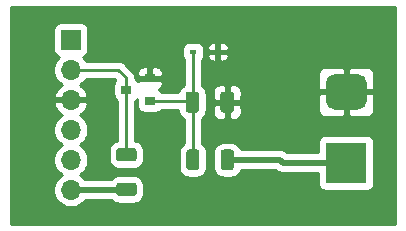
<source format=gtl>
G04 #@! TF.GenerationSoftware,KiCad,Pcbnew,5.1.12-84ad8e8a86~92~ubuntu20.04.1*
G04 #@! TF.CreationDate,2022-01-29T12:50:19-06:00*
G04 #@! TF.ProjectId,TICK_AC,5449434b-5f41-4432-9e6b-696361645f70,rev?*
G04 #@! TF.SameCoordinates,Original*
G04 #@! TF.FileFunction,Copper,L1,Top*
G04 #@! TF.FilePolarity,Positive*
%FSLAX46Y46*%
G04 Gerber Fmt 4.6, Leading zero omitted, Abs format (unit mm)*
G04 Created by KiCad (PCBNEW 5.1.12-84ad8e8a86~92~ubuntu20.04.1) date 2022-01-29 12:50:19*
%MOMM*%
%LPD*%
G01*
G04 APERTURE LIST*
G04 #@! TA.AperFunction,SMDPad,CuDef*
%ADD10R,0.600000X0.450000*%
G04 #@! TD*
G04 #@! TA.AperFunction,ComponentPad*
%ADD11R,3.500000X3.500000*%
G04 #@! TD*
G04 #@! TA.AperFunction,SMDPad,CuDef*
%ADD12R,0.900000X0.800000*%
G04 #@! TD*
G04 #@! TA.AperFunction,ComponentPad*
%ADD13O,1.700000X1.700000*%
G04 #@! TD*
G04 #@! TA.AperFunction,ComponentPad*
%ADD14R,1.700000X1.700000*%
G04 #@! TD*
G04 #@! TA.AperFunction,ViaPad*
%ADD15C,0.800000*%
G04 #@! TD*
G04 #@! TA.AperFunction,Conductor*
%ADD16C,0.250000*%
G04 #@! TD*
G04 #@! TA.AperFunction,Conductor*
%ADD17C,0.500000*%
G04 #@! TD*
G04 #@! TA.AperFunction,Conductor*
%ADD18C,0.254000*%
G04 #@! TD*
G04 #@! TA.AperFunction,Conductor*
%ADD19C,0.100000*%
G04 #@! TD*
G04 APERTURE END LIST*
D10*
X141410400Y-98450400D03*
X139310400Y-98450400D03*
G04 #@! TA.AperFunction,ComponentPad*
G36*
G01*
X151273000Y-100348400D02*
X153273000Y-100348400D01*
G75*
G02*
X154023000Y-101098400I0J-750000D01*
G01*
X154023000Y-102598400D01*
G75*
G02*
X153273000Y-103348400I-750000J0D01*
G01*
X151273000Y-103348400D01*
G75*
G02*
X150523000Y-102598400I0J750000D01*
G01*
X150523000Y-101098400D01*
G75*
G02*
X151273000Y-100348400I750000J0D01*
G01*
G37*
G04 #@! TD.AperFunction*
D11*
X152273000Y-107848400D03*
G04 #@! TA.AperFunction,SMDPad,CuDef*
G36*
G01*
X133029799Y-109535800D02*
X134279801Y-109535800D01*
G75*
G02*
X134529800Y-109785799I0J-249999D01*
G01*
X134529800Y-110410801D01*
G75*
G02*
X134279801Y-110660800I-249999J0D01*
G01*
X133029799Y-110660800D01*
G75*
G02*
X132779800Y-110410801I0J249999D01*
G01*
X132779800Y-109785799D01*
G75*
G02*
X133029799Y-109535800I249999J0D01*
G01*
G37*
G04 #@! TD.AperFunction*
G04 #@! TA.AperFunction,SMDPad,CuDef*
G36*
G01*
X133029799Y-106610800D02*
X134279801Y-106610800D01*
G75*
G02*
X134529800Y-106860799I0J-249999D01*
G01*
X134529800Y-107485801D01*
G75*
G02*
X134279801Y-107735800I-249999J0D01*
G01*
X133029799Y-107735800D01*
G75*
G02*
X132779800Y-107485801I0J249999D01*
G01*
X132779800Y-106860799D01*
G75*
G02*
X133029799Y-106610800I249999J0D01*
G01*
G37*
G04 #@! TD.AperFunction*
D12*
X133645400Y-101650800D03*
X135645400Y-100700800D03*
X135645400Y-102600800D03*
G04 #@! TA.AperFunction,SMDPad,CuDef*
G36*
G01*
X138716400Y-108219401D02*
X138716400Y-106969399D01*
G75*
G02*
X138966399Y-106719400I249999J0D01*
G01*
X139591401Y-106719400D01*
G75*
G02*
X139841400Y-106969399I0J-249999D01*
G01*
X139841400Y-108219401D01*
G75*
G02*
X139591401Y-108469400I-249999J0D01*
G01*
X138966399Y-108469400D01*
G75*
G02*
X138716400Y-108219401I0J249999D01*
G01*
G37*
G04 #@! TD.AperFunction*
G04 #@! TA.AperFunction,SMDPad,CuDef*
G36*
G01*
X141641400Y-108219401D02*
X141641400Y-106969399D01*
G75*
G02*
X141891399Y-106719400I249999J0D01*
G01*
X142516401Y-106719400D01*
G75*
G02*
X142766400Y-106969399I0J-249999D01*
G01*
X142766400Y-108219401D01*
G75*
G02*
X142516401Y-108469400I-249999J0D01*
G01*
X141891399Y-108469400D01*
G75*
G02*
X141641400Y-108219401I0J249999D01*
G01*
G37*
G04 #@! TD.AperFunction*
D13*
X128955800Y-110134400D03*
X128955800Y-107594400D03*
X128955800Y-105054400D03*
X128955800Y-102514400D03*
X128955800Y-99974400D03*
D14*
X128955800Y-97434400D03*
G04 #@! TA.AperFunction,SMDPad,CuDef*
G36*
G01*
X141616000Y-103367601D02*
X141616000Y-102067599D01*
G75*
G02*
X141865999Y-101817600I249999J0D01*
G01*
X142516001Y-101817600D01*
G75*
G02*
X142766000Y-102067599I0J-249999D01*
G01*
X142766000Y-103367601D01*
G75*
G02*
X142516001Y-103617600I-249999J0D01*
G01*
X141865999Y-103617600D01*
G75*
G02*
X141616000Y-103367601I0J249999D01*
G01*
G37*
G04 #@! TD.AperFunction*
G04 #@! TA.AperFunction,SMDPad,CuDef*
G36*
G01*
X138666000Y-103367601D02*
X138666000Y-102067599D01*
G75*
G02*
X138915999Y-101817600I249999J0D01*
G01*
X139566001Y-101817600D01*
G75*
G02*
X139816000Y-102067599I0J-249999D01*
G01*
X139816000Y-103367601D01*
G75*
G02*
X139566001Y-103617600I-249999J0D01*
G01*
X138915999Y-103617600D01*
G75*
G02*
X138666000Y-103367601I0J249999D01*
G01*
G37*
G04 #@! TD.AperFunction*
D15*
X130632200Y-95275400D03*
X140182600Y-95275400D03*
X150241000Y-95275400D03*
X155600400Y-99568000D03*
X155600400Y-106832400D03*
X150241000Y-112522000D03*
X140182600Y-112522000D03*
X130632200Y-112522000D03*
X131673600Y-103784400D03*
D16*
X139278900Y-98536300D02*
X139243800Y-98501200D01*
X139278900Y-107594400D02*
X139278900Y-98536300D01*
X139124200Y-102600800D02*
X139241000Y-102717600D01*
X135645400Y-102600800D02*
X139124200Y-102600800D01*
D17*
X128955800Y-110134400D02*
X133604000Y-110134400D01*
D16*
X128955800Y-99974400D02*
X132969000Y-99974400D01*
X133596200Y-100601600D02*
X133596200Y-101615200D01*
X132969000Y-99974400D02*
X133596200Y-100601600D01*
X133654800Y-107173300D02*
X133654800Y-101660200D01*
D17*
X142203900Y-107594400D02*
X146659600Y-107594400D01*
X146913600Y-107848400D02*
X152273000Y-107848400D01*
X146659600Y-107594400D02*
X146913600Y-107848400D01*
D18*
X156388601Y-113030800D02*
X123900400Y-113030800D01*
X123900400Y-104908140D01*
X127470800Y-104908140D01*
X127470800Y-105200660D01*
X127527868Y-105487558D01*
X127639810Y-105757811D01*
X127802325Y-106001032D01*
X128009168Y-106207875D01*
X128183560Y-106324400D01*
X128009168Y-106440925D01*
X127802325Y-106647768D01*
X127639810Y-106890989D01*
X127527868Y-107161242D01*
X127470800Y-107448140D01*
X127470800Y-107740660D01*
X127527868Y-108027558D01*
X127639810Y-108297811D01*
X127802325Y-108541032D01*
X128009168Y-108747875D01*
X128183560Y-108864400D01*
X128009168Y-108980925D01*
X127802325Y-109187768D01*
X127639810Y-109430989D01*
X127527868Y-109701242D01*
X127470800Y-109988140D01*
X127470800Y-110280660D01*
X127527868Y-110567558D01*
X127639810Y-110837811D01*
X127802325Y-111081032D01*
X128009168Y-111287875D01*
X128252389Y-111450390D01*
X128522642Y-111562332D01*
X128809540Y-111619400D01*
X129102060Y-111619400D01*
X129388958Y-111562332D01*
X129659211Y-111450390D01*
X129902432Y-111287875D01*
X130109275Y-111081032D01*
X130150456Y-111019400D01*
X132385948Y-111019400D01*
X132401838Y-111038762D01*
X132536413Y-111149205D01*
X132689949Y-111231272D01*
X132856545Y-111281808D01*
X133029799Y-111298872D01*
X134279801Y-111298872D01*
X134453055Y-111281808D01*
X134619651Y-111231272D01*
X134773187Y-111149205D01*
X134907762Y-111038762D01*
X135018205Y-110904187D01*
X135100272Y-110750651D01*
X135150808Y-110584055D01*
X135167872Y-110410801D01*
X135167872Y-109785799D01*
X135150808Y-109612545D01*
X135100272Y-109445949D01*
X135018205Y-109292413D01*
X134907762Y-109157838D01*
X134773187Y-109047395D01*
X134619651Y-108965328D01*
X134453055Y-108914792D01*
X134279801Y-108897728D01*
X133029799Y-108897728D01*
X132856545Y-108914792D01*
X132689949Y-108965328D01*
X132536413Y-109047395D01*
X132401838Y-109157838D01*
X132326695Y-109249400D01*
X130150456Y-109249400D01*
X130109275Y-109187768D01*
X129902432Y-108980925D01*
X129728040Y-108864400D01*
X129902432Y-108747875D01*
X130109275Y-108541032D01*
X130271790Y-108297811D01*
X130383732Y-108027558D01*
X130440800Y-107740660D01*
X130440800Y-107448140D01*
X130383732Y-107161242D01*
X130271790Y-106890989D01*
X130109275Y-106647768D01*
X129902432Y-106440925D01*
X129728040Y-106324400D01*
X129902432Y-106207875D01*
X130109275Y-106001032D01*
X130271790Y-105757811D01*
X130383732Y-105487558D01*
X130440800Y-105200660D01*
X130440800Y-104908140D01*
X130383732Y-104621242D01*
X130271790Y-104350989D01*
X130109275Y-104107768D01*
X129902432Y-103900925D01*
X129720266Y-103779205D01*
X129837155Y-103709578D01*
X130053388Y-103514669D01*
X130227441Y-103281320D01*
X130352625Y-103018499D01*
X130397276Y-102871290D01*
X130275955Y-102641400D01*
X129082800Y-102641400D01*
X129082800Y-102661400D01*
X128828800Y-102661400D01*
X128828800Y-102641400D01*
X127635645Y-102641400D01*
X127514324Y-102871290D01*
X127558975Y-103018499D01*
X127684159Y-103281320D01*
X127858212Y-103514669D01*
X128074445Y-103709578D01*
X128191334Y-103779205D01*
X128009168Y-103900925D01*
X127802325Y-104107768D01*
X127639810Y-104350989D01*
X127527868Y-104621242D01*
X127470800Y-104908140D01*
X123900400Y-104908140D01*
X123900400Y-96584400D01*
X127467728Y-96584400D01*
X127467728Y-98284400D01*
X127479988Y-98408882D01*
X127516298Y-98528580D01*
X127575263Y-98638894D01*
X127654615Y-98735585D01*
X127751306Y-98814937D01*
X127861620Y-98873902D01*
X127934180Y-98895913D01*
X127802325Y-99027768D01*
X127639810Y-99270989D01*
X127527868Y-99541242D01*
X127470800Y-99828140D01*
X127470800Y-100120660D01*
X127527868Y-100407558D01*
X127639810Y-100677811D01*
X127802325Y-100921032D01*
X128009168Y-101127875D01*
X128191334Y-101249595D01*
X128074445Y-101319222D01*
X127858212Y-101514131D01*
X127684159Y-101747480D01*
X127558975Y-102010301D01*
X127514324Y-102157510D01*
X127635645Y-102387400D01*
X128828800Y-102387400D01*
X128828800Y-102367400D01*
X129082800Y-102367400D01*
X129082800Y-102387400D01*
X130275955Y-102387400D01*
X130397276Y-102157510D01*
X130352625Y-102010301D01*
X130227441Y-101747480D01*
X130053388Y-101514131D01*
X129837155Y-101319222D01*
X129720266Y-101249595D01*
X129902432Y-101127875D01*
X130109275Y-100921032D01*
X130233978Y-100734400D01*
X132654199Y-100734400D01*
X132733036Y-100813237D01*
X132664863Y-100896306D01*
X132605898Y-101006620D01*
X132569588Y-101126318D01*
X132557328Y-101250800D01*
X132557328Y-102050800D01*
X132569588Y-102175282D01*
X132605898Y-102294980D01*
X132664863Y-102405294D01*
X132744215Y-102501985D01*
X132840906Y-102581337D01*
X132894801Y-102610145D01*
X132894800Y-105986024D01*
X132856545Y-105989792D01*
X132689949Y-106040328D01*
X132536413Y-106122395D01*
X132401838Y-106232838D01*
X132291395Y-106367413D01*
X132209328Y-106520949D01*
X132158792Y-106687545D01*
X132141728Y-106860799D01*
X132141728Y-107485801D01*
X132158792Y-107659055D01*
X132209328Y-107825651D01*
X132291395Y-107979187D01*
X132401838Y-108113762D01*
X132536413Y-108224205D01*
X132689949Y-108306272D01*
X132856545Y-108356808D01*
X133029799Y-108373872D01*
X134279801Y-108373872D01*
X134453055Y-108356808D01*
X134619651Y-108306272D01*
X134773187Y-108224205D01*
X134907762Y-108113762D01*
X135018205Y-107979187D01*
X135100272Y-107825651D01*
X135150808Y-107659055D01*
X135167872Y-107485801D01*
X135167872Y-106860799D01*
X135150808Y-106687545D01*
X135100272Y-106520949D01*
X135018205Y-106367413D01*
X134907762Y-106232838D01*
X134773187Y-106122395D01*
X134619651Y-106040328D01*
X134453055Y-105989792D01*
X134414800Y-105986024D01*
X134414800Y-102600095D01*
X134449894Y-102581337D01*
X134546585Y-102501985D01*
X134557328Y-102488895D01*
X134557328Y-103000800D01*
X134569588Y-103125282D01*
X134605898Y-103244980D01*
X134664863Y-103355294D01*
X134744215Y-103451985D01*
X134840906Y-103531337D01*
X134951220Y-103590302D01*
X135070918Y-103626612D01*
X135195400Y-103638872D01*
X136095400Y-103638872D01*
X136219882Y-103626612D01*
X136339580Y-103590302D01*
X136449894Y-103531337D01*
X136546585Y-103451985D01*
X136621418Y-103360800D01*
X138027928Y-103360800D01*
X138027928Y-103367601D01*
X138044992Y-103540855D01*
X138095528Y-103707451D01*
X138177595Y-103860987D01*
X138288038Y-103995562D01*
X138422613Y-104106005D01*
X138518900Y-104157472D01*
X138518900Y-106206468D01*
X138473013Y-106230995D01*
X138338438Y-106341438D01*
X138227995Y-106476013D01*
X138145928Y-106629549D01*
X138095392Y-106796145D01*
X138078328Y-106969399D01*
X138078328Y-108219401D01*
X138095392Y-108392655D01*
X138145928Y-108559251D01*
X138227995Y-108712787D01*
X138338438Y-108847362D01*
X138473013Y-108957805D01*
X138626549Y-109039872D01*
X138793145Y-109090408D01*
X138966399Y-109107472D01*
X139591401Y-109107472D01*
X139764655Y-109090408D01*
X139931251Y-109039872D01*
X140084787Y-108957805D01*
X140219362Y-108847362D01*
X140329805Y-108712787D01*
X140411872Y-108559251D01*
X140462408Y-108392655D01*
X140479472Y-108219401D01*
X140479472Y-106969399D01*
X141003328Y-106969399D01*
X141003328Y-108219401D01*
X141020392Y-108392655D01*
X141070928Y-108559251D01*
X141152995Y-108712787D01*
X141263438Y-108847362D01*
X141398013Y-108957805D01*
X141551549Y-109039872D01*
X141718145Y-109090408D01*
X141891399Y-109107472D01*
X142516401Y-109107472D01*
X142689655Y-109090408D01*
X142856251Y-109039872D01*
X143009787Y-108957805D01*
X143144362Y-108847362D01*
X143254805Y-108712787D01*
X143336872Y-108559251D01*
X143361094Y-108479400D01*
X146287443Y-108479400D01*
X146419541Y-108587811D01*
X146573287Y-108669989D01*
X146740110Y-108720595D01*
X146870123Y-108733400D01*
X146870133Y-108733400D01*
X146913599Y-108737681D01*
X146957065Y-108733400D01*
X149884928Y-108733400D01*
X149884928Y-109598400D01*
X149897188Y-109722882D01*
X149933498Y-109842580D01*
X149992463Y-109952894D01*
X150071815Y-110049585D01*
X150168506Y-110128937D01*
X150278820Y-110187902D01*
X150398518Y-110224212D01*
X150523000Y-110236472D01*
X154023000Y-110236472D01*
X154147482Y-110224212D01*
X154267180Y-110187902D01*
X154377494Y-110128937D01*
X154474185Y-110049585D01*
X154553537Y-109952894D01*
X154612502Y-109842580D01*
X154648812Y-109722882D01*
X154661072Y-109598400D01*
X154661072Y-106098400D01*
X154648812Y-105973918D01*
X154612502Y-105854220D01*
X154553537Y-105743906D01*
X154474185Y-105647215D01*
X154377494Y-105567863D01*
X154267180Y-105508898D01*
X154147482Y-105472588D01*
X154023000Y-105460328D01*
X150523000Y-105460328D01*
X150398518Y-105472588D01*
X150278820Y-105508898D01*
X150168506Y-105567863D01*
X150071815Y-105647215D01*
X149992463Y-105743906D01*
X149933498Y-105854220D01*
X149897188Y-105973918D01*
X149884928Y-106098400D01*
X149884928Y-106963400D01*
X147285757Y-106963400D01*
X147153659Y-106854989D01*
X146999913Y-106772811D01*
X146833090Y-106722205D01*
X146703077Y-106709400D01*
X146703069Y-106709400D01*
X146659600Y-106705119D01*
X146616131Y-106709400D01*
X143361094Y-106709400D01*
X143336872Y-106629549D01*
X143254805Y-106476013D01*
X143144362Y-106341438D01*
X143009787Y-106230995D01*
X142856251Y-106148928D01*
X142689655Y-106098392D01*
X142516401Y-106081328D01*
X141891399Y-106081328D01*
X141718145Y-106098392D01*
X141551549Y-106148928D01*
X141398013Y-106230995D01*
X141263438Y-106341438D01*
X141152995Y-106476013D01*
X141070928Y-106629549D01*
X141020392Y-106796145D01*
X141003328Y-106969399D01*
X140479472Y-106969399D01*
X140462408Y-106796145D01*
X140411872Y-106629549D01*
X140329805Y-106476013D01*
X140219362Y-106341438D01*
X140084787Y-106230995D01*
X140038900Y-106206468D01*
X140038900Y-104116956D01*
X140059387Y-104106005D01*
X140193962Y-103995562D01*
X140304405Y-103860987D01*
X140386472Y-103707451D01*
X140413727Y-103617600D01*
X140977928Y-103617600D01*
X140990188Y-103742082D01*
X141026498Y-103861780D01*
X141085463Y-103972094D01*
X141164815Y-104068785D01*
X141261506Y-104148137D01*
X141371820Y-104207102D01*
X141491518Y-104243412D01*
X141616000Y-104255672D01*
X141905250Y-104252600D01*
X142064000Y-104093850D01*
X142064000Y-102844600D01*
X142318000Y-102844600D01*
X142318000Y-104093850D01*
X142476750Y-104252600D01*
X142766000Y-104255672D01*
X142890482Y-104243412D01*
X143010180Y-104207102D01*
X143120494Y-104148137D01*
X143217185Y-104068785D01*
X143296537Y-103972094D01*
X143355502Y-103861780D01*
X143391812Y-103742082D01*
X143404072Y-103617600D01*
X143402726Y-103348400D01*
X149884928Y-103348400D01*
X149897188Y-103472882D01*
X149933498Y-103592580D01*
X149992463Y-103702894D01*
X150071815Y-103799585D01*
X150168506Y-103878937D01*
X150278820Y-103937902D01*
X150398518Y-103974212D01*
X150523000Y-103986472D01*
X151987250Y-103983400D01*
X152146000Y-103824650D01*
X152146000Y-101975400D01*
X152400000Y-101975400D01*
X152400000Y-103824650D01*
X152558750Y-103983400D01*
X154023000Y-103986472D01*
X154147482Y-103974212D01*
X154267180Y-103937902D01*
X154377494Y-103878937D01*
X154474185Y-103799585D01*
X154553537Y-103702894D01*
X154612502Y-103592580D01*
X154648812Y-103472882D01*
X154661072Y-103348400D01*
X154658000Y-102134150D01*
X154499250Y-101975400D01*
X152400000Y-101975400D01*
X152146000Y-101975400D01*
X150046750Y-101975400D01*
X149888000Y-102134150D01*
X149884928Y-103348400D01*
X143402726Y-103348400D01*
X143401000Y-103003350D01*
X143242250Y-102844600D01*
X142318000Y-102844600D01*
X142064000Y-102844600D01*
X141139750Y-102844600D01*
X140981000Y-103003350D01*
X140977928Y-103617600D01*
X140413727Y-103617600D01*
X140437008Y-103540855D01*
X140454072Y-103367601D01*
X140454072Y-102067599D01*
X140437008Y-101894345D01*
X140413728Y-101817600D01*
X140977928Y-101817600D01*
X140981000Y-102431850D01*
X141139750Y-102590600D01*
X142064000Y-102590600D01*
X142064000Y-101341350D01*
X142318000Y-101341350D01*
X142318000Y-102590600D01*
X143242250Y-102590600D01*
X143401000Y-102431850D01*
X143404072Y-101817600D01*
X143391812Y-101693118D01*
X143355502Y-101573420D01*
X143296537Y-101463106D01*
X143217185Y-101366415D01*
X143120494Y-101287063D01*
X143010180Y-101228098D01*
X142890482Y-101191788D01*
X142766000Y-101179528D01*
X142476750Y-101182600D01*
X142318000Y-101341350D01*
X142064000Y-101341350D01*
X141905250Y-101182600D01*
X141616000Y-101179528D01*
X141491518Y-101191788D01*
X141371820Y-101228098D01*
X141261506Y-101287063D01*
X141164815Y-101366415D01*
X141085463Y-101463106D01*
X141026498Y-101573420D01*
X140990188Y-101693118D01*
X140977928Y-101817600D01*
X140413728Y-101817600D01*
X140386472Y-101727749D01*
X140304405Y-101574213D01*
X140193962Y-101439638D01*
X140059387Y-101329195D01*
X140038900Y-101318244D01*
X140038900Y-100348400D01*
X149884928Y-100348400D01*
X149888000Y-101562650D01*
X150046750Y-101721400D01*
X152146000Y-101721400D01*
X152146000Y-99872150D01*
X152400000Y-99872150D01*
X152400000Y-101721400D01*
X154499250Y-101721400D01*
X154658000Y-101562650D01*
X154661072Y-100348400D01*
X154648812Y-100223918D01*
X154612502Y-100104220D01*
X154553537Y-99993906D01*
X154474185Y-99897215D01*
X154377494Y-99817863D01*
X154267180Y-99758898D01*
X154147482Y-99722588D01*
X154023000Y-99710328D01*
X152558750Y-99713400D01*
X152400000Y-99872150D01*
X152146000Y-99872150D01*
X151987250Y-99713400D01*
X150523000Y-99710328D01*
X150398518Y-99722588D01*
X150278820Y-99758898D01*
X150168506Y-99817863D01*
X150071815Y-99897215D01*
X149992463Y-99993906D01*
X149933498Y-100104220D01*
X149897188Y-100223918D01*
X149884928Y-100348400D01*
X140038900Y-100348400D01*
X140038900Y-99145202D01*
X140061585Y-99126585D01*
X140140937Y-99029894D01*
X140199902Y-98919580D01*
X140236212Y-98799882D01*
X140245345Y-98707150D01*
X140475400Y-98707150D01*
X140487994Y-98815924D01*
X140527368Y-98934649D01*
X140589148Y-99043412D01*
X140670959Y-99138031D01*
X140769658Y-99214873D01*
X140881451Y-99270982D01*
X141002043Y-99304204D01*
X141124650Y-99310400D01*
X141283400Y-99151650D01*
X141283400Y-98548400D01*
X141537400Y-98548400D01*
X141537400Y-99151650D01*
X141696150Y-99310400D01*
X141818757Y-99304204D01*
X141939349Y-99270982D01*
X142051142Y-99214873D01*
X142149841Y-99138031D01*
X142231652Y-99043412D01*
X142293432Y-98934649D01*
X142332806Y-98815924D01*
X142345400Y-98707150D01*
X142186650Y-98548400D01*
X141537400Y-98548400D01*
X141283400Y-98548400D01*
X140634150Y-98548400D01*
X140475400Y-98707150D01*
X140245345Y-98707150D01*
X140248472Y-98675400D01*
X140248472Y-98225400D01*
X140245346Y-98193650D01*
X140475400Y-98193650D01*
X140634150Y-98352400D01*
X141283400Y-98352400D01*
X141283400Y-97749150D01*
X141537400Y-97749150D01*
X141537400Y-98352400D01*
X142186650Y-98352400D01*
X142345400Y-98193650D01*
X142332806Y-98084876D01*
X142293432Y-97966151D01*
X142231652Y-97857388D01*
X142149841Y-97762769D01*
X142051142Y-97685927D01*
X141939349Y-97629818D01*
X141818757Y-97596596D01*
X141696150Y-97590400D01*
X141537400Y-97749150D01*
X141283400Y-97749150D01*
X141124650Y-97590400D01*
X141002043Y-97596596D01*
X140881451Y-97629818D01*
X140769658Y-97685927D01*
X140670959Y-97762769D01*
X140589148Y-97857388D01*
X140527368Y-97966151D01*
X140487994Y-98084876D01*
X140475400Y-98193650D01*
X140245346Y-98193650D01*
X140236212Y-98100918D01*
X140199902Y-97981220D01*
X140140937Y-97870906D01*
X140061585Y-97774215D01*
X139964894Y-97694863D01*
X139854580Y-97635898D01*
X139734882Y-97599588D01*
X139610400Y-97587328D01*
X139010400Y-97587328D01*
X138885918Y-97599588D01*
X138766220Y-97635898D01*
X138655906Y-97694863D01*
X138559215Y-97774215D01*
X138479863Y-97870906D01*
X138420898Y-97981220D01*
X138384588Y-98100918D01*
X138372328Y-98225400D01*
X138372328Y-98675400D01*
X138384588Y-98799882D01*
X138420898Y-98919580D01*
X138479863Y-99029894D01*
X138518901Y-99077462D01*
X138518901Y-101277728D01*
X138422613Y-101329195D01*
X138288038Y-101439638D01*
X138177595Y-101574213D01*
X138095528Y-101727749D01*
X138061235Y-101840800D01*
X136621418Y-101840800D01*
X136546585Y-101749615D01*
X136449894Y-101670263D01*
X136413482Y-101650800D01*
X136449894Y-101631337D01*
X136546585Y-101551985D01*
X136625937Y-101455294D01*
X136684902Y-101344980D01*
X136721212Y-101225282D01*
X136733472Y-101100800D01*
X136730400Y-100986550D01*
X136571650Y-100827800D01*
X135772400Y-100827800D01*
X135772400Y-100847800D01*
X135518400Y-100847800D01*
X135518400Y-100827800D01*
X134719150Y-100827800D01*
X134634543Y-100912407D01*
X134625937Y-100896306D01*
X134546585Y-100799615D01*
X134449894Y-100720263D01*
X134356200Y-100670182D01*
X134356200Y-100638925D01*
X134359876Y-100601600D01*
X134356200Y-100564275D01*
X134356200Y-100564267D01*
X134345203Y-100452614D01*
X134301746Y-100309353D01*
X134297175Y-100300800D01*
X134557328Y-100300800D01*
X134560400Y-100415050D01*
X134719150Y-100573800D01*
X135518400Y-100573800D01*
X135518400Y-99824550D01*
X135772400Y-99824550D01*
X135772400Y-100573800D01*
X136571650Y-100573800D01*
X136730400Y-100415050D01*
X136733472Y-100300800D01*
X136721212Y-100176318D01*
X136684902Y-100056620D01*
X136625937Y-99946306D01*
X136546585Y-99849615D01*
X136449894Y-99770263D01*
X136339580Y-99711298D01*
X136219882Y-99674988D01*
X136095400Y-99662728D01*
X135931150Y-99665800D01*
X135772400Y-99824550D01*
X135518400Y-99824550D01*
X135359650Y-99665800D01*
X135195400Y-99662728D01*
X135070918Y-99674988D01*
X134951220Y-99711298D01*
X134840906Y-99770263D01*
X134744215Y-99849615D01*
X134664863Y-99946306D01*
X134605898Y-100056620D01*
X134569588Y-100176318D01*
X134557328Y-100300800D01*
X134297175Y-100300800D01*
X134231174Y-100177324D01*
X134136201Y-100061599D01*
X134107204Y-100037802D01*
X133532803Y-99463402D01*
X133509001Y-99434399D01*
X133393276Y-99339426D01*
X133261247Y-99268854D01*
X133117986Y-99225397D01*
X133006333Y-99214400D01*
X133006322Y-99214400D01*
X132969000Y-99210724D01*
X132931678Y-99214400D01*
X130233978Y-99214400D01*
X130109275Y-99027768D01*
X129977420Y-98895913D01*
X130049980Y-98873902D01*
X130160294Y-98814937D01*
X130256985Y-98735585D01*
X130336337Y-98638894D01*
X130395302Y-98528580D01*
X130431612Y-98408882D01*
X130443872Y-98284400D01*
X130443872Y-96584400D01*
X130431612Y-96459918D01*
X130395302Y-96340220D01*
X130336337Y-96229906D01*
X130256985Y-96133215D01*
X130160294Y-96053863D01*
X130049980Y-95994898D01*
X129930282Y-95958588D01*
X129805800Y-95946328D01*
X128105800Y-95946328D01*
X127981318Y-95958588D01*
X127861620Y-95994898D01*
X127751306Y-96053863D01*
X127654615Y-96133215D01*
X127575263Y-96229906D01*
X127516298Y-96340220D01*
X127479988Y-96459918D01*
X127467728Y-96584400D01*
X123900400Y-96584400D01*
X123900400Y-94639600D01*
X156388600Y-94639600D01*
X156388601Y-113030800D01*
G04 #@! TA.AperFunction,Conductor*
D19*
G36*
X156388601Y-113030800D02*
G01*
X123900400Y-113030800D01*
X123900400Y-104908140D01*
X127470800Y-104908140D01*
X127470800Y-105200660D01*
X127527868Y-105487558D01*
X127639810Y-105757811D01*
X127802325Y-106001032D01*
X128009168Y-106207875D01*
X128183560Y-106324400D01*
X128009168Y-106440925D01*
X127802325Y-106647768D01*
X127639810Y-106890989D01*
X127527868Y-107161242D01*
X127470800Y-107448140D01*
X127470800Y-107740660D01*
X127527868Y-108027558D01*
X127639810Y-108297811D01*
X127802325Y-108541032D01*
X128009168Y-108747875D01*
X128183560Y-108864400D01*
X128009168Y-108980925D01*
X127802325Y-109187768D01*
X127639810Y-109430989D01*
X127527868Y-109701242D01*
X127470800Y-109988140D01*
X127470800Y-110280660D01*
X127527868Y-110567558D01*
X127639810Y-110837811D01*
X127802325Y-111081032D01*
X128009168Y-111287875D01*
X128252389Y-111450390D01*
X128522642Y-111562332D01*
X128809540Y-111619400D01*
X129102060Y-111619400D01*
X129388958Y-111562332D01*
X129659211Y-111450390D01*
X129902432Y-111287875D01*
X130109275Y-111081032D01*
X130150456Y-111019400D01*
X132385948Y-111019400D01*
X132401838Y-111038762D01*
X132536413Y-111149205D01*
X132689949Y-111231272D01*
X132856545Y-111281808D01*
X133029799Y-111298872D01*
X134279801Y-111298872D01*
X134453055Y-111281808D01*
X134619651Y-111231272D01*
X134773187Y-111149205D01*
X134907762Y-111038762D01*
X135018205Y-110904187D01*
X135100272Y-110750651D01*
X135150808Y-110584055D01*
X135167872Y-110410801D01*
X135167872Y-109785799D01*
X135150808Y-109612545D01*
X135100272Y-109445949D01*
X135018205Y-109292413D01*
X134907762Y-109157838D01*
X134773187Y-109047395D01*
X134619651Y-108965328D01*
X134453055Y-108914792D01*
X134279801Y-108897728D01*
X133029799Y-108897728D01*
X132856545Y-108914792D01*
X132689949Y-108965328D01*
X132536413Y-109047395D01*
X132401838Y-109157838D01*
X132326695Y-109249400D01*
X130150456Y-109249400D01*
X130109275Y-109187768D01*
X129902432Y-108980925D01*
X129728040Y-108864400D01*
X129902432Y-108747875D01*
X130109275Y-108541032D01*
X130271790Y-108297811D01*
X130383732Y-108027558D01*
X130440800Y-107740660D01*
X130440800Y-107448140D01*
X130383732Y-107161242D01*
X130271790Y-106890989D01*
X130109275Y-106647768D01*
X129902432Y-106440925D01*
X129728040Y-106324400D01*
X129902432Y-106207875D01*
X130109275Y-106001032D01*
X130271790Y-105757811D01*
X130383732Y-105487558D01*
X130440800Y-105200660D01*
X130440800Y-104908140D01*
X130383732Y-104621242D01*
X130271790Y-104350989D01*
X130109275Y-104107768D01*
X129902432Y-103900925D01*
X129720266Y-103779205D01*
X129837155Y-103709578D01*
X130053388Y-103514669D01*
X130227441Y-103281320D01*
X130352625Y-103018499D01*
X130397276Y-102871290D01*
X130275955Y-102641400D01*
X129082800Y-102641400D01*
X129082800Y-102661400D01*
X128828800Y-102661400D01*
X128828800Y-102641400D01*
X127635645Y-102641400D01*
X127514324Y-102871290D01*
X127558975Y-103018499D01*
X127684159Y-103281320D01*
X127858212Y-103514669D01*
X128074445Y-103709578D01*
X128191334Y-103779205D01*
X128009168Y-103900925D01*
X127802325Y-104107768D01*
X127639810Y-104350989D01*
X127527868Y-104621242D01*
X127470800Y-104908140D01*
X123900400Y-104908140D01*
X123900400Y-96584400D01*
X127467728Y-96584400D01*
X127467728Y-98284400D01*
X127479988Y-98408882D01*
X127516298Y-98528580D01*
X127575263Y-98638894D01*
X127654615Y-98735585D01*
X127751306Y-98814937D01*
X127861620Y-98873902D01*
X127934180Y-98895913D01*
X127802325Y-99027768D01*
X127639810Y-99270989D01*
X127527868Y-99541242D01*
X127470800Y-99828140D01*
X127470800Y-100120660D01*
X127527868Y-100407558D01*
X127639810Y-100677811D01*
X127802325Y-100921032D01*
X128009168Y-101127875D01*
X128191334Y-101249595D01*
X128074445Y-101319222D01*
X127858212Y-101514131D01*
X127684159Y-101747480D01*
X127558975Y-102010301D01*
X127514324Y-102157510D01*
X127635645Y-102387400D01*
X128828800Y-102387400D01*
X128828800Y-102367400D01*
X129082800Y-102367400D01*
X129082800Y-102387400D01*
X130275955Y-102387400D01*
X130397276Y-102157510D01*
X130352625Y-102010301D01*
X130227441Y-101747480D01*
X130053388Y-101514131D01*
X129837155Y-101319222D01*
X129720266Y-101249595D01*
X129902432Y-101127875D01*
X130109275Y-100921032D01*
X130233978Y-100734400D01*
X132654199Y-100734400D01*
X132733036Y-100813237D01*
X132664863Y-100896306D01*
X132605898Y-101006620D01*
X132569588Y-101126318D01*
X132557328Y-101250800D01*
X132557328Y-102050800D01*
X132569588Y-102175282D01*
X132605898Y-102294980D01*
X132664863Y-102405294D01*
X132744215Y-102501985D01*
X132840906Y-102581337D01*
X132894801Y-102610145D01*
X132894800Y-105986024D01*
X132856545Y-105989792D01*
X132689949Y-106040328D01*
X132536413Y-106122395D01*
X132401838Y-106232838D01*
X132291395Y-106367413D01*
X132209328Y-106520949D01*
X132158792Y-106687545D01*
X132141728Y-106860799D01*
X132141728Y-107485801D01*
X132158792Y-107659055D01*
X132209328Y-107825651D01*
X132291395Y-107979187D01*
X132401838Y-108113762D01*
X132536413Y-108224205D01*
X132689949Y-108306272D01*
X132856545Y-108356808D01*
X133029799Y-108373872D01*
X134279801Y-108373872D01*
X134453055Y-108356808D01*
X134619651Y-108306272D01*
X134773187Y-108224205D01*
X134907762Y-108113762D01*
X135018205Y-107979187D01*
X135100272Y-107825651D01*
X135150808Y-107659055D01*
X135167872Y-107485801D01*
X135167872Y-106860799D01*
X135150808Y-106687545D01*
X135100272Y-106520949D01*
X135018205Y-106367413D01*
X134907762Y-106232838D01*
X134773187Y-106122395D01*
X134619651Y-106040328D01*
X134453055Y-105989792D01*
X134414800Y-105986024D01*
X134414800Y-102600095D01*
X134449894Y-102581337D01*
X134546585Y-102501985D01*
X134557328Y-102488895D01*
X134557328Y-103000800D01*
X134569588Y-103125282D01*
X134605898Y-103244980D01*
X134664863Y-103355294D01*
X134744215Y-103451985D01*
X134840906Y-103531337D01*
X134951220Y-103590302D01*
X135070918Y-103626612D01*
X135195400Y-103638872D01*
X136095400Y-103638872D01*
X136219882Y-103626612D01*
X136339580Y-103590302D01*
X136449894Y-103531337D01*
X136546585Y-103451985D01*
X136621418Y-103360800D01*
X138027928Y-103360800D01*
X138027928Y-103367601D01*
X138044992Y-103540855D01*
X138095528Y-103707451D01*
X138177595Y-103860987D01*
X138288038Y-103995562D01*
X138422613Y-104106005D01*
X138518900Y-104157472D01*
X138518900Y-106206468D01*
X138473013Y-106230995D01*
X138338438Y-106341438D01*
X138227995Y-106476013D01*
X138145928Y-106629549D01*
X138095392Y-106796145D01*
X138078328Y-106969399D01*
X138078328Y-108219401D01*
X138095392Y-108392655D01*
X138145928Y-108559251D01*
X138227995Y-108712787D01*
X138338438Y-108847362D01*
X138473013Y-108957805D01*
X138626549Y-109039872D01*
X138793145Y-109090408D01*
X138966399Y-109107472D01*
X139591401Y-109107472D01*
X139764655Y-109090408D01*
X139931251Y-109039872D01*
X140084787Y-108957805D01*
X140219362Y-108847362D01*
X140329805Y-108712787D01*
X140411872Y-108559251D01*
X140462408Y-108392655D01*
X140479472Y-108219401D01*
X140479472Y-106969399D01*
X141003328Y-106969399D01*
X141003328Y-108219401D01*
X141020392Y-108392655D01*
X141070928Y-108559251D01*
X141152995Y-108712787D01*
X141263438Y-108847362D01*
X141398013Y-108957805D01*
X141551549Y-109039872D01*
X141718145Y-109090408D01*
X141891399Y-109107472D01*
X142516401Y-109107472D01*
X142689655Y-109090408D01*
X142856251Y-109039872D01*
X143009787Y-108957805D01*
X143144362Y-108847362D01*
X143254805Y-108712787D01*
X143336872Y-108559251D01*
X143361094Y-108479400D01*
X146287443Y-108479400D01*
X146419541Y-108587811D01*
X146573287Y-108669989D01*
X146740110Y-108720595D01*
X146870123Y-108733400D01*
X146870133Y-108733400D01*
X146913599Y-108737681D01*
X146957065Y-108733400D01*
X149884928Y-108733400D01*
X149884928Y-109598400D01*
X149897188Y-109722882D01*
X149933498Y-109842580D01*
X149992463Y-109952894D01*
X150071815Y-110049585D01*
X150168506Y-110128937D01*
X150278820Y-110187902D01*
X150398518Y-110224212D01*
X150523000Y-110236472D01*
X154023000Y-110236472D01*
X154147482Y-110224212D01*
X154267180Y-110187902D01*
X154377494Y-110128937D01*
X154474185Y-110049585D01*
X154553537Y-109952894D01*
X154612502Y-109842580D01*
X154648812Y-109722882D01*
X154661072Y-109598400D01*
X154661072Y-106098400D01*
X154648812Y-105973918D01*
X154612502Y-105854220D01*
X154553537Y-105743906D01*
X154474185Y-105647215D01*
X154377494Y-105567863D01*
X154267180Y-105508898D01*
X154147482Y-105472588D01*
X154023000Y-105460328D01*
X150523000Y-105460328D01*
X150398518Y-105472588D01*
X150278820Y-105508898D01*
X150168506Y-105567863D01*
X150071815Y-105647215D01*
X149992463Y-105743906D01*
X149933498Y-105854220D01*
X149897188Y-105973918D01*
X149884928Y-106098400D01*
X149884928Y-106963400D01*
X147285757Y-106963400D01*
X147153659Y-106854989D01*
X146999913Y-106772811D01*
X146833090Y-106722205D01*
X146703077Y-106709400D01*
X146703069Y-106709400D01*
X146659600Y-106705119D01*
X146616131Y-106709400D01*
X143361094Y-106709400D01*
X143336872Y-106629549D01*
X143254805Y-106476013D01*
X143144362Y-106341438D01*
X143009787Y-106230995D01*
X142856251Y-106148928D01*
X142689655Y-106098392D01*
X142516401Y-106081328D01*
X141891399Y-106081328D01*
X141718145Y-106098392D01*
X141551549Y-106148928D01*
X141398013Y-106230995D01*
X141263438Y-106341438D01*
X141152995Y-106476013D01*
X141070928Y-106629549D01*
X141020392Y-106796145D01*
X141003328Y-106969399D01*
X140479472Y-106969399D01*
X140462408Y-106796145D01*
X140411872Y-106629549D01*
X140329805Y-106476013D01*
X140219362Y-106341438D01*
X140084787Y-106230995D01*
X140038900Y-106206468D01*
X140038900Y-104116956D01*
X140059387Y-104106005D01*
X140193962Y-103995562D01*
X140304405Y-103860987D01*
X140386472Y-103707451D01*
X140413727Y-103617600D01*
X140977928Y-103617600D01*
X140990188Y-103742082D01*
X141026498Y-103861780D01*
X141085463Y-103972094D01*
X141164815Y-104068785D01*
X141261506Y-104148137D01*
X141371820Y-104207102D01*
X141491518Y-104243412D01*
X141616000Y-104255672D01*
X141905250Y-104252600D01*
X142064000Y-104093850D01*
X142064000Y-102844600D01*
X142318000Y-102844600D01*
X142318000Y-104093850D01*
X142476750Y-104252600D01*
X142766000Y-104255672D01*
X142890482Y-104243412D01*
X143010180Y-104207102D01*
X143120494Y-104148137D01*
X143217185Y-104068785D01*
X143296537Y-103972094D01*
X143355502Y-103861780D01*
X143391812Y-103742082D01*
X143404072Y-103617600D01*
X143402726Y-103348400D01*
X149884928Y-103348400D01*
X149897188Y-103472882D01*
X149933498Y-103592580D01*
X149992463Y-103702894D01*
X150071815Y-103799585D01*
X150168506Y-103878937D01*
X150278820Y-103937902D01*
X150398518Y-103974212D01*
X150523000Y-103986472D01*
X151987250Y-103983400D01*
X152146000Y-103824650D01*
X152146000Y-101975400D01*
X152400000Y-101975400D01*
X152400000Y-103824650D01*
X152558750Y-103983400D01*
X154023000Y-103986472D01*
X154147482Y-103974212D01*
X154267180Y-103937902D01*
X154377494Y-103878937D01*
X154474185Y-103799585D01*
X154553537Y-103702894D01*
X154612502Y-103592580D01*
X154648812Y-103472882D01*
X154661072Y-103348400D01*
X154658000Y-102134150D01*
X154499250Y-101975400D01*
X152400000Y-101975400D01*
X152146000Y-101975400D01*
X150046750Y-101975400D01*
X149888000Y-102134150D01*
X149884928Y-103348400D01*
X143402726Y-103348400D01*
X143401000Y-103003350D01*
X143242250Y-102844600D01*
X142318000Y-102844600D01*
X142064000Y-102844600D01*
X141139750Y-102844600D01*
X140981000Y-103003350D01*
X140977928Y-103617600D01*
X140413727Y-103617600D01*
X140437008Y-103540855D01*
X140454072Y-103367601D01*
X140454072Y-102067599D01*
X140437008Y-101894345D01*
X140413728Y-101817600D01*
X140977928Y-101817600D01*
X140981000Y-102431850D01*
X141139750Y-102590600D01*
X142064000Y-102590600D01*
X142064000Y-101341350D01*
X142318000Y-101341350D01*
X142318000Y-102590600D01*
X143242250Y-102590600D01*
X143401000Y-102431850D01*
X143404072Y-101817600D01*
X143391812Y-101693118D01*
X143355502Y-101573420D01*
X143296537Y-101463106D01*
X143217185Y-101366415D01*
X143120494Y-101287063D01*
X143010180Y-101228098D01*
X142890482Y-101191788D01*
X142766000Y-101179528D01*
X142476750Y-101182600D01*
X142318000Y-101341350D01*
X142064000Y-101341350D01*
X141905250Y-101182600D01*
X141616000Y-101179528D01*
X141491518Y-101191788D01*
X141371820Y-101228098D01*
X141261506Y-101287063D01*
X141164815Y-101366415D01*
X141085463Y-101463106D01*
X141026498Y-101573420D01*
X140990188Y-101693118D01*
X140977928Y-101817600D01*
X140413728Y-101817600D01*
X140386472Y-101727749D01*
X140304405Y-101574213D01*
X140193962Y-101439638D01*
X140059387Y-101329195D01*
X140038900Y-101318244D01*
X140038900Y-100348400D01*
X149884928Y-100348400D01*
X149888000Y-101562650D01*
X150046750Y-101721400D01*
X152146000Y-101721400D01*
X152146000Y-99872150D01*
X152400000Y-99872150D01*
X152400000Y-101721400D01*
X154499250Y-101721400D01*
X154658000Y-101562650D01*
X154661072Y-100348400D01*
X154648812Y-100223918D01*
X154612502Y-100104220D01*
X154553537Y-99993906D01*
X154474185Y-99897215D01*
X154377494Y-99817863D01*
X154267180Y-99758898D01*
X154147482Y-99722588D01*
X154023000Y-99710328D01*
X152558750Y-99713400D01*
X152400000Y-99872150D01*
X152146000Y-99872150D01*
X151987250Y-99713400D01*
X150523000Y-99710328D01*
X150398518Y-99722588D01*
X150278820Y-99758898D01*
X150168506Y-99817863D01*
X150071815Y-99897215D01*
X149992463Y-99993906D01*
X149933498Y-100104220D01*
X149897188Y-100223918D01*
X149884928Y-100348400D01*
X140038900Y-100348400D01*
X140038900Y-99145202D01*
X140061585Y-99126585D01*
X140140937Y-99029894D01*
X140199902Y-98919580D01*
X140236212Y-98799882D01*
X140245345Y-98707150D01*
X140475400Y-98707150D01*
X140487994Y-98815924D01*
X140527368Y-98934649D01*
X140589148Y-99043412D01*
X140670959Y-99138031D01*
X140769658Y-99214873D01*
X140881451Y-99270982D01*
X141002043Y-99304204D01*
X141124650Y-99310400D01*
X141283400Y-99151650D01*
X141283400Y-98548400D01*
X141537400Y-98548400D01*
X141537400Y-99151650D01*
X141696150Y-99310400D01*
X141818757Y-99304204D01*
X141939349Y-99270982D01*
X142051142Y-99214873D01*
X142149841Y-99138031D01*
X142231652Y-99043412D01*
X142293432Y-98934649D01*
X142332806Y-98815924D01*
X142345400Y-98707150D01*
X142186650Y-98548400D01*
X141537400Y-98548400D01*
X141283400Y-98548400D01*
X140634150Y-98548400D01*
X140475400Y-98707150D01*
X140245345Y-98707150D01*
X140248472Y-98675400D01*
X140248472Y-98225400D01*
X140245346Y-98193650D01*
X140475400Y-98193650D01*
X140634150Y-98352400D01*
X141283400Y-98352400D01*
X141283400Y-97749150D01*
X141537400Y-97749150D01*
X141537400Y-98352400D01*
X142186650Y-98352400D01*
X142345400Y-98193650D01*
X142332806Y-98084876D01*
X142293432Y-97966151D01*
X142231652Y-97857388D01*
X142149841Y-97762769D01*
X142051142Y-97685927D01*
X141939349Y-97629818D01*
X141818757Y-97596596D01*
X141696150Y-97590400D01*
X141537400Y-97749150D01*
X141283400Y-97749150D01*
X141124650Y-97590400D01*
X141002043Y-97596596D01*
X140881451Y-97629818D01*
X140769658Y-97685927D01*
X140670959Y-97762769D01*
X140589148Y-97857388D01*
X140527368Y-97966151D01*
X140487994Y-98084876D01*
X140475400Y-98193650D01*
X140245346Y-98193650D01*
X140236212Y-98100918D01*
X140199902Y-97981220D01*
X140140937Y-97870906D01*
X140061585Y-97774215D01*
X139964894Y-97694863D01*
X139854580Y-97635898D01*
X139734882Y-97599588D01*
X139610400Y-97587328D01*
X139010400Y-97587328D01*
X138885918Y-97599588D01*
X138766220Y-97635898D01*
X138655906Y-97694863D01*
X138559215Y-97774215D01*
X138479863Y-97870906D01*
X138420898Y-97981220D01*
X138384588Y-98100918D01*
X138372328Y-98225400D01*
X138372328Y-98675400D01*
X138384588Y-98799882D01*
X138420898Y-98919580D01*
X138479863Y-99029894D01*
X138518901Y-99077462D01*
X138518901Y-101277728D01*
X138422613Y-101329195D01*
X138288038Y-101439638D01*
X138177595Y-101574213D01*
X138095528Y-101727749D01*
X138061235Y-101840800D01*
X136621418Y-101840800D01*
X136546585Y-101749615D01*
X136449894Y-101670263D01*
X136413482Y-101650800D01*
X136449894Y-101631337D01*
X136546585Y-101551985D01*
X136625937Y-101455294D01*
X136684902Y-101344980D01*
X136721212Y-101225282D01*
X136733472Y-101100800D01*
X136730400Y-100986550D01*
X136571650Y-100827800D01*
X135772400Y-100827800D01*
X135772400Y-100847800D01*
X135518400Y-100847800D01*
X135518400Y-100827800D01*
X134719150Y-100827800D01*
X134634543Y-100912407D01*
X134625937Y-100896306D01*
X134546585Y-100799615D01*
X134449894Y-100720263D01*
X134356200Y-100670182D01*
X134356200Y-100638925D01*
X134359876Y-100601600D01*
X134356200Y-100564275D01*
X134356200Y-100564267D01*
X134345203Y-100452614D01*
X134301746Y-100309353D01*
X134297175Y-100300800D01*
X134557328Y-100300800D01*
X134560400Y-100415050D01*
X134719150Y-100573800D01*
X135518400Y-100573800D01*
X135518400Y-99824550D01*
X135772400Y-99824550D01*
X135772400Y-100573800D01*
X136571650Y-100573800D01*
X136730400Y-100415050D01*
X136733472Y-100300800D01*
X136721212Y-100176318D01*
X136684902Y-100056620D01*
X136625937Y-99946306D01*
X136546585Y-99849615D01*
X136449894Y-99770263D01*
X136339580Y-99711298D01*
X136219882Y-99674988D01*
X136095400Y-99662728D01*
X135931150Y-99665800D01*
X135772400Y-99824550D01*
X135518400Y-99824550D01*
X135359650Y-99665800D01*
X135195400Y-99662728D01*
X135070918Y-99674988D01*
X134951220Y-99711298D01*
X134840906Y-99770263D01*
X134744215Y-99849615D01*
X134664863Y-99946306D01*
X134605898Y-100056620D01*
X134569588Y-100176318D01*
X134557328Y-100300800D01*
X134297175Y-100300800D01*
X134231174Y-100177324D01*
X134136201Y-100061599D01*
X134107204Y-100037802D01*
X133532803Y-99463402D01*
X133509001Y-99434399D01*
X133393276Y-99339426D01*
X133261247Y-99268854D01*
X133117986Y-99225397D01*
X133006333Y-99214400D01*
X133006322Y-99214400D01*
X132969000Y-99210724D01*
X132931678Y-99214400D01*
X130233978Y-99214400D01*
X130109275Y-99027768D01*
X129977420Y-98895913D01*
X130049980Y-98873902D01*
X130160294Y-98814937D01*
X130256985Y-98735585D01*
X130336337Y-98638894D01*
X130395302Y-98528580D01*
X130431612Y-98408882D01*
X130443872Y-98284400D01*
X130443872Y-96584400D01*
X130431612Y-96459918D01*
X130395302Y-96340220D01*
X130336337Y-96229906D01*
X130256985Y-96133215D01*
X130160294Y-96053863D01*
X130049980Y-95994898D01*
X129930282Y-95958588D01*
X129805800Y-95946328D01*
X128105800Y-95946328D01*
X127981318Y-95958588D01*
X127861620Y-95994898D01*
X127751306Y-96053863D01*
X127654615Y-96133215D01*
X127575263Y-96229906D01*
X127516298Y-96340220D01*
X127479988Y-96459918D01*
X127467728Y-96584400D01*
X123900400Y-96584400D01*
X123900400Y-94639600D01*
X156388600Y-94639600D01*
X156388601Y-113030800D01*
G37*
G04 #@! TD.AperFunction*
M02*

</source>
